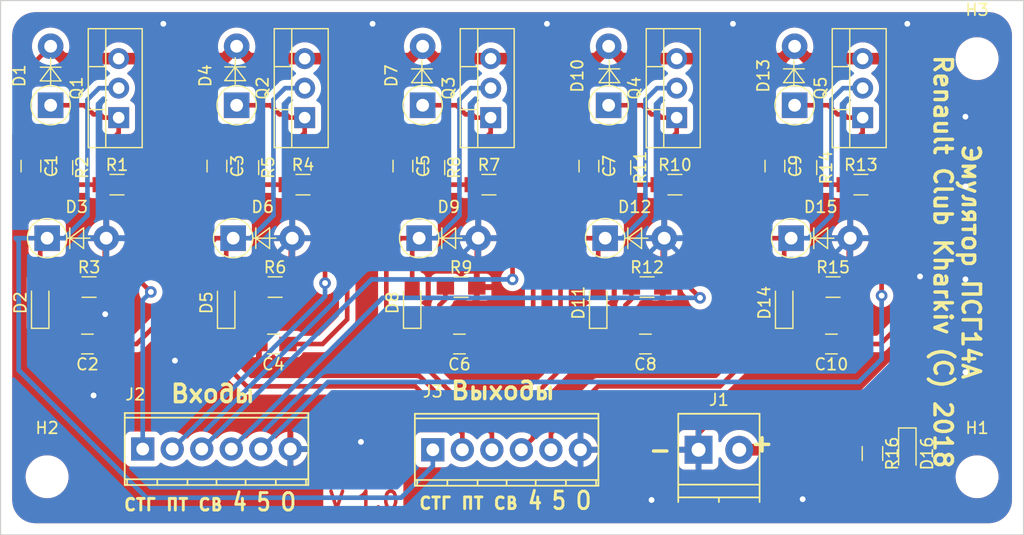
<source format=kicad_pcb>
(kicad_pcb (version 20221018) (generator pcbnew)
  (layers (0 "F.Cu" signal) (31 "B.Cu" signal) (34 "B.Paste" user) (35 "F.Paste" user) (36 "B.SilkS" user "B.Silkscreen") (37 "F.SilkS" user "F.Silkscreen") (38 "B.Mask" user) (39 "F.Mask" user) (44 "Edge.Cuts" user))
  (net 0 "")
  (net 1 "/GND")
  (net 2 "/In5")
  (net 3 "/In3")
  (net 4 "/In2")
  (net 5 "/In1")
  (net 6 "/In4")
  (net 7 "/Out4")
  (net 8 "/Out1")
  (net 9 "/Out2")
  (net 10 "/Out3")
  (net 11 "/Out5")
  (net 12 "/+24V")
  (net 13 "Net-(D14-K)")
  (net 14 "Net-(D5-K)")
  (net 15 "Net-(D2-K)")
  (net 16 "Net-(D8-K)")
  (net 17 "Net-(D16-K)")
  (net 18 "Net-(D11-K)")
  (net 19 "Net-(D13-A)")
  (net 20 "Net-(D4-A)")
  (net 21 "Net-(D10-A)")
  (net 22 "Net-(D7-A)")
  (net 23 "Net-(D1-A)")
  (footprint "TerminalBlocks_Phoenix:TerminalBlock_Phoenix_MPT-2.54mm_6pol" (layer "F.Cu") (at 38.227 78.613)
    (fp_text reference "J2")
    (fp_text value "In")
  )
  (footprint "TerminalBlocks_Phoenix:TerminalBlock_Phoenix_MPT-2.54mm_6pol" (layer "F.Cu") (at 63.1825 78.6765)
    (fp_text reference "J3")
    (fp_text value "Out")
  )
  (footprint "TO_SOT_Packages_THT:TO-220-3_Vertical" (layer "F.Cu") (at 36.15944 50.07864 90)
    (fp_text reference "Q1")
    (fp_text value "IRF9Z24N")
  )
  (footprint "TO_SOT_Packages_THT:TO-220-3_Vertical" (layer "F.Cu") (at 52.15944 50.07864 90)
    (fp_text reference "Q2")
    (fp_text value "IRF9Z24N")
  )
  (footprint "TO_SOT_Packages_THT:TO-220-3_Vertical" (layer "F.Cu") (at 68.15944 50.07864 90)
    (fp_text reference "Q3")
    (fp_text value "IRF9Z24N")
  )
  (footprint "TO_SOT_Packages_THT:TO-220-3_Vertical" (layer "F.Cu") (at 84.15944 50.07864 90)
    (fp_text reference "Q4")
    (fp_text value "IRF9Z24N")
  )
  (footprint "TO_SOT_Packages_THT:TO-220-3_Vertical" (layer "F.Cu") (at 100.15944 50.07864 90)
    (fp_text reference "Q5")
    (fp_text value "IRF9Z24N")
  )
  (footprint "Resistors_SMD:R_0805_HandSoldering" (layer "F.Cu") (at 47.32328 54.3814 -90)
    (fp_text reference "R5")
    (fp_text value "10K")
  )
  (footprint "Resistors_SMD:R_0805_HandSoldering" (layer "F.Cu") (at 95.32328 54.3814 -90)
    (fp_text reference "R14")
    (fp_text value "10K")
  )
  (footprint "Resistors_SMD:R_0805_HandSoldering" (layer "F.Cu") (at 100.01212 55.84952)
    (fp_text reference "R13")
    (fp_text value "10K")
  )
  (footprint "Resistors_SMD:R_0805_HandSoldering" (layer "F.Cu") (at 81.61436 64.6684)
    (fp_text reference "R12")
    (fp_text value "5k1")
  )
  (footprint "Resistors_SMD:R_0805_HandSoldering" (layer "F.Cu") (at 79.32328 54.3814 -90)
    (fp_text reference "R11")
    (fp_text value "10K")
  )
  (footprint "Resistors_SMD:R_0805_HandSoldering" (layer "F.Cu") (at 84.01212 55.84952)
    (fp_text reference "R10")
    (fp_text value "10K")
  )
  (footprint "Resistors_SMD:R_0805_HandSoldering" (layer "F.Cu") (at 65.61436 64.6684)
    (fp_text reference "R9")
    (fp_text value "5k1")
  )
  (footprint "Resistors_SMD:R_0805_HandSoldering" (layer "F.Cu") (at 63.32328 54.3814 -90)
    (fp_text reference "R8")
    (fp_text value "10K")
  )
  (footprint "Resistors_SMD:R_0805_HandSoldering" (layer "F.Cu") (at 68.01212 55.84952)
    (fp_text reference "R7")
    (fp_text value "10K")
  )
  (footprint "Resistors_SMD:R_0805_HandSoldering" (layer "F.Cu") (at 49.61436 64.6684)
    (fp_text reference "R6")
    (fp_text value "5k1")
  )
  (footprint "Resistors_SMD:R_0805_HandSoldering" (layer "F.Cu") (at 52.01212 55.84952)
    (fp_text reference "R4")
    (fp_text value "10K")
  )
  (footprint "Resistors_SMD:R_0805_HandSoldering" (layer "F.Cu") (at 33.61436 64.6684)
    (fp_text reference "R3")
    (fp_text value "5k1")
  )
  (footprint "Resistors_SMD:R_0805_HandSoldering" (layer "F.Cu") (at 31.32328 54.3814 -90)
    (fp_text reference "R2")
    (fp_text value "10K")
  )
  (footprint "Resistors_SMD:R_0805_HandSoldering" (layer "F.Cu") (at 36.01212 55.84952)
    (fp_text reference "R1")
    (fp_text value "10K")
  )
  (footprint "Resistors_SMD:R_0805_HandSoldering" (layer "F.Cu") (at 97.61436 64.6684)
    (fp_text reference "R15")
    (fp_text value "5k1")
  )
  (footprint "LEDs:LED_0805_HandSoldering" (layer "F.Cu") (at 29.40812 66.01968 90)
    (fp_text reference "D2")
    (fp_text value "green")
  )
  (footprint "LEDs:LED_0805_HandSoldering" (layer "F.Cu") (at 93.40812 66.01968 90)
    (fp_text reference "D14")
    (fp_text value "green")
  )
  (footprint "LEDs:LED_0805_HandSoldering" (layer "F.Cu") (at 77.40812 66.01968 90)
    (fp_text reference "D11")
    (fp_text value "green")
  )
  (footprint "LEDs:LED_0805_HandSoldering" (layer "F.Cu") (at 45.40812 66.01968 90)
    (fp_text reference "D5")
    (fp_text value "green")
  )
  (footprint "LEDs:LED_0805_HandSoldering" (layer "F.Cu") (at 61.40812 66.01968 90)
    (fp_text reference "D8")
    (fp_text value "green")
  )
  (footprint "Diodes_THT:D_DO-41_SOD81_P5.08mm_Vertical_AnodeUp" (layer "F.Cu") (at 78.00756 60.45708)
    (fp_text reference "D12")
    (fp_text value "UF4007")
  )
  (footprint "Diodes_THT:D_DO-41_SOD81_P5.08mm_Vertical_AnodeUp" (layer "F.Cu") (at 78.30728 49.01184 90)
    (fp_text reference "D10")
    (fp_text value "BZX85_C12")
  )
  (footprint "Diodes_THT:D_DO-41_SOD81_P5.08mm_Vertical_AnodeUp" (layer "F.Cu") (at 62.00756 60.45708)
    (fp_text reference "D9")
    (fp_text value "UF4007")
  )
  (footprint "Diodes_THT:D_DO-41_SOD81_P5.08mm_Vertical_AnodeUp" (layer "F.Cu") (at 62.30728 49.01184 90)
    (fp_text reference "D7")
    (fp_text value "BZX85_C12")
  )
  (footprint "Diodes_THT:D_DO-41_SOD81_P5.08mm_Vertical_AnodeUp" (layer "F.Cu") (at 46.00756 60.45708)
    (fp_text reference "D6")
    (fp_text value "UF4007")
  )
  (footprint "Diodes_THT:D_DO-41_SOD81_P5.08mm_Vertical_AnodeUp" (layer "F.Cu") (at 46.30728 49.01184 90)
    (fp_text reference "D4")
    (fp_text value "BZX85_C12")
  )
  (footprint "Diodes_THT:D_DO-41_SOD81_P5.08mm_Vertical_AnodeUp" (layer "F.Cu") (at 30.00756 60.45708)
    (fp_text reference "D3")
    (fp_text value "UF4007")
  )
  (footprint "Diodes_THT:D_DO-41_SOD81_P5.08mm_Vertical_AnodeUp" (layer "F.Cu") (at 30.30728 49.01184 90)
    (fp_text reference "D1")
    (fp_text value "BZX85_C12")
  )
  (footprint "Diodes_THT:D_DO-41_SOD81_P5.08mm_Vertical_AnodeUp" (layer "F.Cu") (at 94.30728 49.01184 90)
    (fp_text reference "D13")
    (fp_text value "BZX85_C12")
  )
  (footprint "Diodes_THT:D_DO-41_SOD81_P5.08mm_Vertical_AnodeUp" (layer "F.Cu") (at 94.00756 60.45708)
    (fp_text reference "D15")
    (fp_text value "UF4007")
  )
  (footprint "Capacitors_SMD:C_0805_HandSoldering" (layer "F.Cu") (at 28.61056 54.24932 -90)
    (fp_text reference "C1")
    (fp_text value "10nF")
  )
  (footprint "Capacitors_SMD:C_0805_HandSoldering" (layer "F.Cu") (at 97.47212 69.5706 180)
    (fp_text reference "C10")
    (fp_text value "1uF 50V")
  )
  (footprint "Capacitors_SMD:C_0805_HandSoldering" (layer "F.Cu") (at 92.61056 54.24932 -90)
    (fp_text reference "C9")
    (fp_text value "10nF")
  )
  (footprint "Capacitors_SMD:C_0805_HandSoldering" (layer "F.Cu") (at 81.47212 69.5706 180)
    (fp_text reference "C8")
    (fp_text value "1uF 50V")
  )
  (footprint "Capacitors_SMD:C_0805_HandSoldering" (layer "F.Cu") (at 76.61056 54.24932 -90)
    (fp_text reference "C7")
    (fp_text value "10nF")
  )
  (footprint "Capacitors_SMD:C_0805_HandSoldering" (layer "F.Cu") (at 65.47212 69.5706 180)
    (fp_text reference "C6")
    (fp_text value "1uF 50V")
  )
  (footprint "Capacitors_SMD:C_0805_HandSoldering" (layer "F.Cu") (at 60.61056 54.24932 -90)
    (fp_text reference "C5")
    (fp_text value "10nF")
  )
  (footprint "Capacitors_SMD:C_0805_HandSoldering" (layer "F.Cu") (at 49.47212 69.5706 180)
    (fp_text reference "C4")
    (fp_text value "1uF 50V")
  )
  (footprint "Capacitors_SMD:C_0805_HandSoldering" (layer "F.Cu") (at 44.61056 54.24932 -90)
    (fp_text reference "C3")
    (fp_text value "10nF")
  )
  (footprint "Capacitors_SMD:C_0805_HandSoldering" (layer "F.Cu") (at 33.47212 69.5706 180)
    (fp_text reference "C2")
    (fp_text value "1uF 50V")
  )
  (footprint "Resistors_SMD:R_0805_HandSoldering" (layer "F.Cu") (at 101 79 -90)
    (fp_text reference "R16")
    (fp_text value "5K1")
  )
  (footprint "LEDs:LED_0805_HandSoldering" (layer "F.Cu") (at 104 79 -90)
    (fp_text reference "D16")
    (fp_text value "green")
  )
  (footprint "Mounting_Holes:MountingHole_3.2mm_M3" (layer "F.Cu") (at 30 81)
    (fp_text reference "H2")
    (fp_text value "Mech")
  )
  (footprint "Mounting_Holes:MountingHole_3.2mm_M3" (layer "F.Cu") (at 110 81)
    (fp_text reference "H1")
    (fp_text value "Mech")
  )
  (footprint "Mounting_Holes:MountingHole_3.2mm_M3" (layer "F.Cu") (at 110 45)
    (fp_text reference "H3")
    (fp_text value "Mech")
  )
  (footprint "TerminalBlocks_Phoenix:TerminalBlock_Phoenix_PT-3.5mm_2pol" (layer "F.Cu") (at 86.0425 78.6765)
    (fp_text reference "J1")
    (fp_text value "Power")
  )
  (gr_line (start 114 40) (end 114 86) (stroke (width 0.1)) (layer "Edge.Cuts"))
  (gr_line (start 26 86) (end 26 40) (stroke (width 0.1)) (layer "Edge.Cuts"))
  (gr_line (start 114 86) (end 26 86) (stroke (width 0.1)) (layer "Edge.Cuts"))
  (gr_line (start 26 40) (end 114 40) (stroke (width 0.1)) (layer "Edge.Cuts"))
  (gr_text "V 1.0" (at 57.277 83.058) (layer "F.Cu") (effects (font (size 1.5 1.5) (thickness 0.3))))
  (gr_text "стг пт св 4 5 О" (at 69.4055 83.058) (layer "F.SilkS") (effects (font (size 1.5 1.2) (thickness 0.25))))
  (gr_text "Входы" (at 44.2595 73.8505) (layer "F.SilkS") (effects (font (size 1.5 1.5) (thickness 0.3))))
  (gr_text "Выходы" (at 69.215 73.5965) (layer "F.SilkS") (effects (font (size 1.5 1.5) (thickness 0.3))))
  (gr_text "-" (at 82.7405 78.6765) (layer "F.SilkS") (effects (font (size 1.5 1.5) (thickness 0.3))))
  (gr_text "+" (at 91.5035 78.105) (layer "F.SilkS") (effects (font (size 1.5 1.5) (thickness 0.3))))
  (gr_text "Эмулятор ПСГ14А\nRenault Club Kharkiv (C) 2018" (at 108.2675 62.484 270) (layer "F.SilkS") (effects (font (size 1.5 1.5) (thickness 0.3))))
  (gr_text "стг пт св 4 5 О" (at 44.0055 83.185) (layer "F.SilkS") (effects (font (size 1.5 1.2) (thickness 0.25))))
  (segment (start 34.96436 64.6684) (end 34.96436 65.7184) (width 0.4) (layer "F.Cu") (net 1))
  (segment (start 32.22212 68.13328) (end 32.22212 69.5706) (width 0.4) (layer "F.Cu") (net 1))
  (segment (start 75.8825 78.6765) (end 77.295992 78.6765) (width 0.4) (layer "F.Cu") (net 1))
  (segment (start 82.96436 64.6684) (end 82.96436 60.58028) (width 0.4) (layer "F.Cu") (net 1))
  (segment (start 86.0425 77.27701) (end 88.00851 75.311) (width 0.4) (layer "F.Cu") (net 1))
  (segment (start 50.96436 60.58028) (end 51.08756 60.45708) (width 0.4) (layer "F.Cu") (net 1))
  (segment (start 81.73852 66.94424) (end 81.41116 66.94424) (width 0.4) (layer "F.Cu") (net 1))
  (segment (start 81.41116 66.94424) (end 80.22212 68.13328) (width 0.4) (layer "F.Cu") (net 1))
  (segment (start 82.96436 65.7184) (end 81.73852 66.94424) (width 0.4) (layer "F.Cu") (net 1))
  (segment (start 98.96436 64.6684) (end 98.96436 60.58028) (width 0.4) (layer "F.Cu") (net 1))
  (segment (start 99.4185 80.35) (end 101 80.35) (width 0.4) (layer "F.Cu") (net 1))
  (segment (start 82.96436 64.6684) (end 82.96436 65.7184) (width 0.4) (layer "F.Cu") (net 1))
  (segment (start 83.8835 80.645) (end 99.1235 80.645) (width 0.4) (layer "F.Cu") (net 1))
  (segment (start 50.96436 65.7184) (end 49.73852 66.94424) (width 0.4) (layer "F.Cu") (net 1))
  (segment (start 50.96436 64.6684) (end 50.96436 60.58028) (width 0.4) (layer "F.Cu") (net 1))
  (segment (start 88.00851 75.311) (end 97.689 75.311) (width 0.4) (layer "F.Cu") (net 1))
  (segment (start 82.96436 60.58028) (end 83.08756 60.45708) (width 0.4) (layer "F.Cu") (net 1))
  (segment (start 65.41116 66.94424) (end 64.22212 68.13328) (width 0.4) (layer "F.Cu") (net 1))
  (segment (start 75.692 80.518) (end 75.8825 80.3275) (width 0.4) (layer "F.Cu") (net 1))
  (segment (start 50.96436 64.6684) (end 50.96436 65.7184) (width 0.4) (layer "F.Cu") (net 1))
  (segment (start 97.41116 66.94424) (end 96.22212 68.13328) (width 0.4) (layer "F.Cu") (net 1))
  (segment (start 50.927 78.613) (end 50.927 80.026492) (width 0.4) (layer "F.Cu") (net 1))
  (segment (start 66.96436 60.58028) (end 67.08756 60.45708) (width 0.4) (layer "F.Cu") (net 1))
  (segment (start 66.96436 64.6684) (end 66.96436 65.7184) (width 0.4) (layer "F.Cu") (net 1))
  (segment (start 97.73852 66.94424) (end 97.41116 66.94424) (width 0.4) (layer "F.Cu") (net 1))
  (segment (start 99.1235 80.645) (end 99.4185 80.35) (width 0.4) (layer "F.Cu") (net 1))
  (segment (start 86.0425 78.6765) (end 86.0425 77.27701) (width 0.4) (layer "F.Cu") (net 1))
  (segment (start 51.418508 80.518) (end 75.692 80.518) (width 0.4) (layer "F.Cu") (net 1))
  (segment (start 49.41116 66.94424) (end 48.22212 68.13328) (width 0.4) (layer "F.Cu") (net 1))
  (segment (start 75.8825 80.3275) (end 75.8825 78.6765) (width 0.4) (layer "F.Cu") (net 1))
  (segment (start 96.22212 68.13328) (end 96.22212 69.5706) (width 0.4) (layer "F.Cu") (net 1))
  (segment (start 83.3755 78.6765) (end 83.3755 80.137) (width 0.4) (layer "F.Cu") (net 1))
  (segment (start 98.96436 64.6684) (end 98.96436 65.7184) (width 0.4) (layer "F.Cu") (net 1))
  (segment (start 83.3755 80.137) (end 83.8835 80.645) (width 0.4) (layer "F.Cu") (net 1))
  (segment (start 49.73852 66.94424) (end 49.41116 66.94424) (width 0.4) (layer "F.Cu") (net 1))
  (segment (start 50.927 80.026492) (end 51.418508 80.518) (width 0.4) (layer "F.Cu") (net 1))
  (segment (start 66.96436 65.7184) (end 65.73852 66.94424) (width 0.4) (layer "F.Cu") (net 1))
  (segment (start 98.96436 65.7184) (end 97.73852 66.94424) (width 0.4) (layer "F.Cu") (net 1))
  (segment (start 77.295992 78.6765) (end 83.3755 78.6765) (width 0.4) (layer "F.Cu") (net 1))
  (segment (start 97.689 75.311) (end 105.0925 67.9075) (width 0.4) (layer "F.Cu") (net 1))
  (segment (start 98.96436 60.58028) (end 99.08756 60.45708) (width 0.4) (layer "F.Cu") (net 1))
  (segment (start 33.73852 66.94424) (end 33.41116 66.94424) (width 0.4) (layer "F.Cu") (net 1))
  (segment (start 34.96436 64.6684) (end 34.96436 60.58028) (width 0.4) (layer "F.Cu") (net 1))
  (segment (start 34.96436 60.58028) (end 35.08756 60.45708) (width 0.4) (layer "F.Cu") (net 1))
  (segment (start 83.3755 78.6765) (end 84 78.6765) (width 0.4) (layer "F.Cu") (net 1))
  (segment (start 105.0925 67.9075) (end 105.0925 63.754) (width 0.4) (layer "F.Cu") (net 1))
  (segment (start 33.41116 66.94424) (end 32.22212 68.13328) (width 0.4) (layer "F.Cu") (net 1))
  (segment (start 66.96436 64.6684) (end 66.96436 60.58028) (width 0.4) (layer "F.Cu") (net 1))
  (segment (start 64.22212 68.13328) (end 64.22212 69.5706) (width 0.4) (layer "F.Cu") (net 1))
  (segment (start 84 78.6765) (end 86.0425 78.6765) (width 0.4) (layer "F.Cu") (net 1))
  (segment (start 48.22212 68.13328) (end 48.22212 69.5706) (width 0.4) (layer "F.Cu") (net 1))
  (segment (start 65.73852 66.94424) (end 65.41116 66.94424) (width 0.4) (layer "F.Cu") (net 1))
  (segment (start 80.22212 68.13328) (end 80.22212 69.5706) (width 0.4) (layer "F.Cu") (net 1))
  (segment (start 34.96436 65.7184) (end 33.73852 66.94424) (width 0.4) (layer "F.Cu") (net 1))
  (via (at 89 42) (size 1) (drill 0.5) (layers "F.Cu" "B.Cu") (net 1))
  (via (at 109 72) (size 1) (drill 0.5) (layers "F.Cu" "B.Cu") (net 1))
  (via (at 109 56) (size 1) (drill 0.5) (layers "F.Cu" "B.Cu") (net 1))
  (via (at 41 71) (size 1) (drill 0.5) (layers "F.Cu" "B.Cu") (net 1))
  (via (at 82 83) (size 1) (drill 0.5) (layers "F.Cu" "B.Cu") (net 1))
  (via (at 40 42) (size 1) (drill 0.5) (layers "F.Cu" "B.Cu") (net 1))
  (via (at 57 78) (size 1) (drill 0.5) (layers "F.Cu" "B.Cu") (net 1))
  (via (at 104 42) (size 1) (drill 0.5) (layers "F.Cu" "B.Cu") (net 1))
  (via (at 58 42) (size 1) (drill 0.5) (layers "F.Cu" "B.Cu") (net 1))
  (via (at 73 42) (size 1) (drill 0.5) (layers "F.Cu" "B.Cu") (net 1))
  (via (at 109 64) (size 1) (drill 0.5) (layers "F.Cu" "B.Cu") (net 1))
  (via (at 105.0925 63.754) (size 1) (drill 0.5) (layers "F.Cu" "B.Cu") (net 1))
  (via (at 35 67) (size 1) (drill 0.5) (layers "F.Cu" "B.Cu") (net 1))
  (via (at 34 74) (size 1) (drill 0.5) (layers "F.Cu" "B.Cu") (net 1))
  (via (at 109 50) (size 1) (drill 0.5) (layers "F.Cu" "B.Cu") (net 1))
  (via (at 94.996 82.931) (size 1) (drill 0.5) (layers "F.Cu" "B.Cu") (net 1))
  (segment (start 85.30498 62.6745) (end 96.87014 62.6745) (width 0.4) (layer "B.Cu") (net 1))
  (segment (start 54.924114 62.738) (end 64.80664 62.738) (width 0.4) (layer "B.Cu") (net 1))
  (segment (start 36.643194 60.45708) (end 38.924114 62.738) (width 0.4) (layer "B.Cu") (net 1))
  (segment (start 104.592501 63.254001) (end 104.275001 63.254001) (width 0.4) (layer "B.Cu") (net 1))
  (segment (start 96.87014 62.6745) (end 99.08756 60.45708) (width 0.4) (layer "B.Cu") (net 1))
  (segment (start 105.0925 63.754) (end 104.592501 63.254001) (width 0.4) (layer "B.Cu") (net 1))
  (segment (start 52.643194 60.45708) (end 54.924114 62.738) (width 0.4) (layer "B.Cu") (net 1))
  (segment (start 51.08756 60.45708) (end 52.643194 60.45708) (width 0.4) (layer "B.Cu") (net 1))
  (segment (start 48.80664 62.738) (end 51.08756 60.45708) (width 0.4) (layer "B.Cu") (net 1))
  (segment (start 35.08756 60.45708) (end 36.643194 60.45708) (width 0.4) (layer "B.Cu") (net 1))
  (segment (start 70.924114 62.738) (end 80.80664 62.738) (width 0.4) (layer "B.Cu") (net 1))
  (segment (start 101.47808 60.45708) (end 99.08756 60.45708) (width 0.4) (layer "B.Cu") (net 1))
  (segment (start 67.08756 60.45708) (end 68.643194 60.45708) (width 0.4) (layer "B.Cu") (net 1))
  (segment (start 68.643194 60.45708) (end 70.924114 62.738) (width 0.4) (layer "B.Cu") (net 1))
  (segment (start 83.08756 60.45708) (end 85.30498 62.6745) (width 0.4) (layer "B.Cu") (net 1))
  (segment (start 64.80664 62.738) (end 67.08756 60.45708) (width 0.4) (layer "B.Cu") (net 1))
  (segment (start 104.275001 63.254001) (end 101.47808 60.45708) (width 0.4) (layer "B.Cu") (net 1))
  (segment (start 38.924114 62.738) (end 48.80664 62.738) (width 0.4) (layer "B.Cu") (net 1))
  (segment (start 80.80664 62.738) (end 83.08756 60.45708) (width 0.4) (layer "B.Cu") (net 1))
  (segment (start 101.36212 57.54712) (end 101.36212 55.84952) (width 0.4) (layer "F.Cu") (net 2))
  (segment (start 101.7905 57.9755) (end 101.36212 57.54712) (width 0.4) (layer "F.Cu") (net 2))
  (segment (start 101.7905 65.405) (end 101.7905 57.9755) (width 0.4) (layer "F.Cu") (net 2))
  (via (at 101.7905 65.405) (size 1) (drill 0.5) (layers "F.Cu" "B.Cu") (net 2))
  (segment (start 101.7905 70.866) (end 101.7905 65.405) (width 0.4) (layer "B.Cu") (net 2))
  (segment (start 48.387 78.613) (end 54.1655 72.8345) (width 0.4) (layer "B.Cu") (net 2))
  (segment (start 99.822 72.8345) (end 101.7905 70.866) (width 0.4) (layer "B.Cu") (net 2))
  (segment (start 64.643 72.8345) (end 99.822 72.8345) (width 0.4) (layer "B.Cu") (net 2))
  (segment (start 64.4525 72.8345) (end 64.643 72.8345) (width 0.4) (layer "B.Cu") (net 2))
  (segment (start 54.1655 72.8345) (end 64.643 72.8345) (width 0.4) (layer "B.Cu") (net 2))
  (segment (start 70.0405 57.8485) (end 69.36212 57.17012) (width 0.4) (layer "F.Cu") (net 3))
  (segment (start 69.36212 57.17012) (end 69.36212 55.84952) (width 0.4) (layer "F.Cu") (net 3))
  (segment (start 70.0405 64.008) (end 70.0405 57.8485) (width 0.4) (layer "F.Cu") (net 3))
  (via (at 70.0405 64.008) (size 1) (drill 0.5) (layers "F.Cu" "B.Cu") (net 3))
  (segment (start 57.912 64.008) (end 70.0405 64.008) (width 0.4) (layer "B.Cu") (net 3))
  (segment (start 43.307 78.613) (end 57.912 64.008) (width 0.4) (layer "B.Cu") (net 3))
  (segment (start 53.9115 58.928) (end 53.36212 58.37862) (width 0.4) (layer "F.Cu") (net 4))
  (segment (start 53.36212 58.37862) (end 53.36212 55.84952) (width 0.4) (layer "F.Cu") (net 4))
  (segment (start 53.9115 64.3255) (end 53.9115 58.928) (width 0.4) (layer "F.Cu") (net 4))
  (via (at 53.9115 64.3255) (size 1) (drill 0.5) (layers "F.Cu" "B.Cu") (net 4))
  (segment (start 40.767 78.613) (end 53.9115 65.4685) (width 0.4) (layer "B.Cu") (net 4))
  (segment (start 53.9115 65.4685) (end 53.9115 64.3255) (width 0.4) (layer "B.Cu") (net 4))
  (segment (start 37.36212 63.52412) (end 38.9255 65.0875) (width 0.4) (layer "F.Cu") (net 5))
  (segment (start 37.36212 55.84952) (end 37.36212 63.52412) (width 0.4) (layer "F.Cu") (net 5))
  (via (at 38.9255 65.0875) (size 1) (drill 0.5) (layers "F.Cu" "B.Cu") (net 5))
  (segment (start 38.9255 65.0875) (end 38.227 65.786) (width 0.4) (layer "B.Cu") (net 5))
  (segment (start 38.227 65.786) (end 38.227 78.613) (width 0.4) (layer "B.Cu") (net 5))
  (segment (start 86.1695 65.5955) (end 85.36212 64.78812) (width 0.4) (layer "F.Cu") (net 6))
  (segment (start 85.36212 64.78812) (end 85.36212 55.84952) (width 0.4) (layer "F.Cu") (net 6))
  (via (at 86.1695 65.5955) (size 1) (drill 0.5) (layers "F.Cu" "B.Cu") (net 6))
  (segment (start 45.847 78.613) (end 58.8645 65.5955) (width 0.4) (layer "B.Cu") (net 6))
  (segment (start 58.8645 65.5955) (end 86.1695 65.5955) (width 0.4) (layer "B.Cu") (net 6))
  (segment (start 77.40812 61.05652) (end 78.00756 60.45708) (width 0.4) (layer "F.Cu") (net 7))
  (segment (start 75.43292 60.45708) (end 78.00756 60.45708) (width 0.4) (layer "F.Cu") (net 7))
  (segment (start 70.8025 78.6765) (end 71.801989 77.677011) (width 0.4) (layer "F.Cu") (net 7))
  (segment (start 74.168 71.755) (end 74.168 61.722) (width 0.4) (layer "F.Cu") (net 7))
  (segment (start 71.801989 77.677011) (end 71.801989 74.121011) (width 0.4) (layer "F.Cu") (net 7))
  (segment (start 77.40812 64.66968) (end 77.40812 61.05652) (width 0.4) (layer "F.Cu") (net 7))
  (segment (start 74.168 61.722) (end 75.43292 60.45708) (width 0.4) (layer "F.Cu") (net 7))
  (segment (start 71.801989 74.121011) (end 74.168 71.755) (width 0.4) (layer "F.Cu") (net 7))
  (segment (start 81.47212 58.49252) (end 81.47212 48.53432) (width 0.4) (layer "B.Cu") (net 7))
  (segment (start 82.4678 47.53864) (end 84.15944 47.53864) (width 0.4) (layer "B.Cu") (net 7))
  (segment (start 78.00756 60.45708) (end 79.50756 60.45708) (width 0.4) (layer "B.Cu") (net 7))
  (segment (start 81.47212 48.53432) (end 82.4678 47.53864) (width 0.4) (layer "B.Cu") (net 7))
  (segment (start 79.50756 60.45708) (end 81.47212 58.49252) (width 0.4) (layer "B.Cu") (net 7))
  (segment (start 29.40812 61.05652) (end 30.00756 60.45708) (width 0.4) (layer "F.Cu") (net 8))
  (segment (start 29.40812 64.66968) (end 29.40812 61.05652) (width 0.4) (layer "F.Cu") (net 8))
  (segment (start 34.4678 47.53864) (end 36.15944 47.53864) (width 0.4) (layer "B.Cu") (net 8))
  (segment (start 27.559 71.8185) (end 27.559 60.71616) (width 0.4) (layer "B.Cu") (net 8))
  (segment (start 63.1825 78.6765) (end 63.1825 80.07599) (width 0.4) (layer "B.Cu") (net 8))
  (segment (start 27.29992 60.45708) (end 30.00756 60.45708) (width 0.4) (layer "B.Cu") (net 8))
  (segment (start 38.5445 82.804) (end 27.559 71.8185) (width 0.4) (layer "B.Cu") (net 8))
  (segment (start 33.47212 58.49252) (end 33.47212 48.53432) (width 0.4) (layer "B.Cu") (net 8))
  (segment (start 27.559 60.71616) (end 27.29992 60.45708) (width 0.4) (layer "B.Cu") (net 8))
  (segment (start 33.47212 48.53432) (end 34.4678 47.53864) (width 0.4) (layer "B.Cu") (net 8))
  (segment (start 30.00756 60.45708) (end 31.50756 60.45708) (width 0.4) (layer "B.Cu") (net 8))
  (segment (start 31.50756 60.45708) (end 33.47212 58.49252) (width 0.4) (layer "B.Cu") (net 8))
  (segment (start 60.45449 82.804) (end 38.5445 82.804) (width 0.4) (layer "B.Cu") (net 8))
  (segment (start 63.1825 80.07599) (end 60.45449 82.804) (width 0.4) (layer "B.Cu") (net 8))
  (segment (start 44.965 71) (end 43.4975 69.5325) (width 0.4) (layer "F.Cu") (net 9))
  (segment (start 65.7225 78.6765) (end 65.7225 77.263008) (width 0.4) (layer "F.Cu") (net 9))
  (segment (start 43.4975 62.1665) (end 43.561 62.103) (width 0.4) (layer "F.Cu") (net 9))
  (segment (start 43.561 61.40364) (end 44.50756 60.45708) (width 0.4) (layer "F.Cu") (net 9))
  (segment (start 43.4975 69.5325) (end 43.4975 62.1665) (width 0.4) (layer "F.Cu") (net 9))
  (segment (start 65.7225 77.263008) (end 61.674992 73.2155) (width 0.4) (layer "F.Cu") (net 9))
  (segment (start 61.674992 73.2155) (end 47.1805 73.2155) (width 0.4) (layer "F.Cu") (net 9))
  (segment (start 45.40812 61.05652) (end 46.00756 60.45708) (width 0.4) (layer "F.Cu") (net 9))
  (segment (start 45.40812 64.66968) (end 45.40812 61.05652) (width 0.4) (layer "F.Cu") (net 9))
  (segment (start 44.50756 60.45708) (end 46.00756 60.45708) (width 0.4) (layer "F.Cu") (net 9))
  (segment (start 43.561 62.103) (end 43.561 61.40364) (width 0.4) (layer "F.Cu") (net 9))
  (segment (start 47.1805 73.2155) (end 44.965 71) (width 0.4) (layer "F.Cu") (net 9))
  (segment (start 50.4678 47.53864) (end 52.15944 47.53864) (width 0.4) (layer "B.Cu") (net 9))
  (segment (start 49.47212 58.49252) (end 49.47212 48.53432) (width 0.4) (layer "B.Cu") (net 9))
  (segment (start 46.00756 60.45708) (end 47.50756 60.45708) (width 0.4) (layer "B.Cu") (net 9))
  (segment (start 49.47212 48.53432) (end 50.4678 47.53864) (width 0.4) (layer "B.Cu") (net 9))
  (segment (start 47.50756 60.45708) (end 49.47212 58.49252) (width 0.4) (layer "B.Cu") (net 9))
  (segment (start 60.44692 60.45708) (end 62.00756 60.45708) (width 0.4) (layer "F.Cu") (net 10))
  (segment (start 68.2625 78.6765) (end 68.2625 77.263008) (width 0.4) (layer "F.Cu") (net 10))
  (segment (start 61.40812 64.66968) (end 61.40812 61.05652) (width 0.4) (layer "F.Cu") (net 10))
  (segment (start 68.2625 77.263008) (end 59.182 68.182508) (width 0.4) (layer "F.Cu") (net 10))
  (segment (start 61.40812 61.05652) (end 62.00756 60.45708) (width 0.4) (layer "F.Cu") (net 10))
  (segment (start 59.182 68.182508) (end 59.182 61.722) (width 0.4) (layer "F.Cu") (net 10))
  (segment (start 59.182 61.722) (end 60.44692 60.45708) (width 0.4) (layer "F.Cu") (net 10))
  (segment (start 65.47212 58.49252) (end 65.47212 48.53432) (width 0.4) (layer "B.Cu") (net 10))
  (segment (start 65.47212 48.53432) (end 66.4678 47.53864) (width 0.4) (layer "B.Cu") (net 10))
  (segment (start 66.4678 47.53864) (end 68.15944 47.53864) (width 0.4) (layer "B.Cu") (net 10))
  (segment (start 62.00756 60.45708) (end 63.50756 60.45708) (width 0.4) (layer "B.Cu") (net 10))
  (segment (start 63.50756 60.45708) (end 65.47212 58.49252) (width 0.4) (layer "B.Cu") (net 10))
  (segment (start 92.13342 60.45708) (end 94.00756 60.45708) (width 0.4) (layer "F.Cu") (net 11))
  (segment (start 93.40812 64.66968) (end 93.40812 61.05652) (width 0.4) (layer "F.Cu") (net 11))
  (segment (start 93.40812 61.05652) (end 94.00756 60.45708) (width 0.4) (layer "F.Cu") (net 11))
  (segment (start 87.884 73.2155) (end 90.9955 70.104) (width 0.4) (layer "F.Cu") (net 11))
  (segment (start 73.3425 77.263008) (end 77.390008 73.2155) (width 0.4) (layer "F.Cu") (net 11))
  (segment (start 73.3425 78.6765) (end 73.3425 77.263008) (width 0.4) (layer "F.Cu") (net 11))
  (segment (start 90.9955 70.104) (end 90.9955 61.595) (width 0.4) (layer "F.Cu") (net 11))
  (segment (start 90.9955 61.595) (end 92.13342 60.45708) (width 0.4) (layer "F.Cu") (net 11))
  (segment (start 77.390008 73.2155) (end 87.884 73.2155) (width 0.4) (layer "F.Cu") (net 11))
  (segment (start 94.00756 60.45708) (end 95.50756 60.45708) (width 0.4) (layer "B.Cu") (net 11))
  (segment (start 97.47212 58.49252) (end 97.47212 48.53432) (width 0.4) (layer "B.Cu") (net 11))
  (segment (start 98.4678 47.53864) (end 100.15944 47.53864) (width 0.4) (layer "B.Cu") (net 11))
  (segment (start 95.50756 60.45708) (end 97.47212 58.49252) (width 0.4) (layer "B.Cu") (net 11))
  (segment (start 97.47212 48.53432) (end 98.4678 47.53864) (width 0.4) (layer "B.Cu") (net 11))
  (segment (start 55.81704 47.383448) (end 55.81704 67.45224) (width 0.4) (layer "F.Cu") (net 12))
  (segment (start 87.8205 47.368208) (end 87.8205 67.437) (width 0.4) (layer "F.Cu") (net 12))
  (segment (start 103.81704 47.383448) (end 103.81704 67.45224) (width 0.4) (layer "F.Cu") (net 12))
  (segment (start 71.81704 47.383448) (end 71.81704 67.45224) (width 0.4) (layer "F.Cu") (net 12))
  (segment (start 40.9575 65) (end 40.9575 66.31178) (width 0.4) (layer "F.Cu") (net 12))
  (segment (start 44.59986 44.99864) (end 43.52344 46.07506) (width 0.4) (layer "F.Cu") (net 12))
  (segment (start 94.30728 43.93184) (end 93.24048 44.99864) (width 1) (layer "F.Cu") (net 12))
  (segment (start 106.299 46.609) (end 104.68864 44.99864) (width 1) (layer "F.Cu") (net 12))
  (segment (start 91.52344 45.89056) (end 91.52344 50.7622) (width 0.4) (layer "F.Cu") (net 12))
  (segment (start 95.32328 53.0314) (end 92.64264 53.0314) (width 0.4) (layer "F.Cu") (net 12))
  (segment (start 55.81704 67.45224) (end 53.69868 69.5706) (width 0.4) (layer "F.Cu") (net 12))
  (segment (start 75.52344 45.82506) (end 75.52344 50.7622) (width 0.4) (layer "F.Cu") (net 12))
  (segment (start 69.69868 69.5706) (end 66.72212 69.5706) (width 0.4) (layer "F.Cu") (net 12))
  (segment (start 101.69868 69.5706) (end 98.72212 69.5706) (width 0.4) (layer "F.Cu") (net 12))
  (segment (start 76.34986 44.99864) (end 75.52344 45.82506) (width 0.4) (layer "F.Cu") (net 12))
  (segment (start 37.432232 44.99864) (end 40.9575 48.523908) (width 0.4) (layer "F.Cu") (net 12))
  (segment (start 92.41536 44.99864) (end 91.52344 45.89056) (width 0.4) (layer "F.Cu") (net 12))
  (segment (start 27.52344 46.71568) (end 30.30728 43.93184) (width 0.4) (layer "F.Cu") (net 12))
  (segment (start 47.37408 44.99864) (end 46.30728 43.93184) (width 1) (layer "F.Cu") (net 12))
  (segment (start 53.69868 69.5706) (end 50.72212 69.5706) (width 0.4) (layer "F.Cu") (net 12))
  (segment (start 79.37408 44.99864) (end 78.30728 43.93184) (width 1) (layer "F.Cu") (net 12))
  (segment (start 105.65 80.35) (end 106 80) (width 0.4) (layer "F.Cu") (net 12))
  (segment (start 53.432232 44.99864) (end 55.81704 47.383448) (width 0.4) (layer "F.Cu") (net 12))
  (segment (start 40.9575 48.523908) (end 40.9575 65) (width 0.4) (layer "F.Cu") (net 12))
  (segment (start 43.52344 46.07506) (end 43.52344 50.7622) (width 0.4) (layer "F.Cu") (net 12))
  (segment (start 104.68864 44.99864) (end 100.15944 44.99864) (width 1) (layer "F.Cu") (net 12))
  (segment (start 27.52344 50.7622) (end 27.52344 46.71568) (width 0.4) (layer "F.Cu") (net 12))
  (segment (start 36.15944 44.99864) (end 37.432232 44.99864) (width 0.4) (layer "F.Cu") (net 12))
  (segment (start 68.15944 44.99864) (end 77.24048 44.99864) (width 1) (layer "F.Cu") (net 12))
  (segment (start 87.81704 67.45224) (end 85.69868 69.5706) (width 0.4) (layer "F.Cu") (net 12))
  (segment (start 84.15944 44.99864) (end 93.24048 44.99864) (width 1) (layer "F.Cu") (net 12))
  (segment (start 68.15944 44.99864) (end 69.432232 44.99864) (width 0.4) (layer "F.Cu") (net 12))
  (segment (start 28.64264 53.0314) (end 28.61056 52.99932) (width 0.4) (layer "F.Cu") (net 12))
  (segment (start 60.64264 53.0314) (end 60.61056 52.99932) (width 0.4) (layer "F.Cu") (net 12))
  (segment (start 31.32328 53.0314) (end 28.64264 53.0314) (width 0.4) (layer "F.Cu") (net 12))
  (segment (start 36.15944 44.99864) (end 45.24048 44.99864) (width 1) (layer "F.Cu") (net 12))
  (segment (start 52.15944 44.99864) (end 61.24048 44.99864) (width 1) (layer "F.Cu") (net 12))
  (segment (start 61.24048 44.99864) (end 60.47486 44.99864) (width 0.4) (layer "F.Cu") (net 12))
  (segment (start 43.52344 50.7622) (end 44.61056 51.84932) (width 0.4) (layer "F.Cu") (net 12))
  (segment (start 96.3295 78.6765) (end 89.5425 78.6765) (width 1) (layer "F.Cu") (net 12))
  (segment (start 104 80.35) (end 105.65 80.35) (width 0.4) (layer "F.Cu") (net 12))
  (segment (start 37.69868 69.5706) (end 34.72212 69.5706) (width 0.4) (layer "F.Cu") (net 12))
  (segment (start 68.15944 44.99864) (end 63.37408 44.99864) (width 1) (layer "F.Cu") (net 12))
  (segment (start 95.37408 44.99864) (end 94.30728 43.93184) (width 1) (layer "F.Cu") (net 12))
  (segment (start 69.432232 44.99864) (end 71.81704 47.383448) (width 0.4) (layer "F.Cu") (net 12))
  (segment (start 75.52344 50.7622) (end 76.61056 51.84932) (width 0.4) (layer "F.Cu") (net 12))
  (segment (start 40.9575 66.31178) (end 37.69868 69.5706) (width 0.4) (layer "F.Cu") (net 12))
  (segment (start 79.32328 53.0314) (end 76.64264 53.0314) (width 0.4) (layer "F.Cu") (net 12))
  (segment (start 103.81704 67.45224) (end 101.69868 69.5706) (width 0.4) (layer "F.Cu") (net 12))
  (segment (start 52.15944 44.99864) (end 47.37408 44.99864) (width 1) (layer "F.Cu") (net 12))
  (segment (start 47.32328 53.0314) (end 44.64264 53.0314) (width 0.4) (layer "F.Cu") (net 12))
  (segment (start 93.24048 44.99864) (end 92.41536 44.99864) (width 0.4) (layer "F.Cu") (net 12))
  (segment (start 45.24048 44.99864) (end 46.30728 43.93184) (width 1) (layer "F.Cu") (net 12))
  (segment (start 101.432232 44.99864) (end 103.81704 47.383448) (width 0.4) (layer "F.Cu") (net 12))
  (segment (start 59.52344 50.7622) (end 60.61056 51.84932) (width 0.4) (layer "F.Cu") (net 12))
  (segment (start 63.32328 53.0314) (end 60.64264 53.0314) (width 0.4) (layer "F.Cu") (net 12))
  (segment (start 71.81704 67.45224) (end 69.69868 69.5706) (width 0.4) (layer "F.Cu") (net 12))
  (segment (start 100.15944 44.99864) (end 95.37408 44.99864) (width 1) (layer "F.Cu") (net 12))
  (segment (start 92.64264 53.0314) (end 92.61056 52.99932) (width 0.4) (layer "F.Cu") (net 12))
  (segment (start 104 71.006) (end 96.3295 78.6765) (width 1) (layer "F.Cu") (net 12))
  (segment (start 92.61056 51.84932) (end 92.61056 52.99932) (width 0.4) (layer "F.Cu") (net 12))
  (segment (start 59.52344 45.95006) (end 59.52344 50.7622) (width 0.4) (layer "F.Cu") (net 12))
  (segment (start 44.61056 51.84932) (end 44.61056 52.99932) (width 0.4) (layer "F.Cu") (net 12))
  (segment (start 76.64264 53.0314) (end 76.61056 52.99932) (width 0.4) (layer "F.Cu") (net 12))
  (segment (start 85.432232 44.99864) (end 87.81704 47.383448) (width 0.4) (layer "F.Cu") (net 12))
  (segment (start 60.47486 44.99864) (end 59.52344 45.95006) (width 0.4) (layer "F.Cu") (net 12))
  (segment (start 106 80) (end 106 73) (width 0.4) (layer "F.Cu") (net 12))
  (segment (start 104 71) (end 104 71.006) (width 1) (layer "F.Cu") (net 12))
  (segment (start 106 73) (end 104 71) (width 0.4) (layer "F.Cu") (net 12))
  (segment (start 77.24048 44.99864) (end 76.34986 44.99864) (width 0.4) (layer "F.Cu") (net 12))
  (segment (start 44.64264 53.0314) (end 44.61056 52.99932) (width 0.4) (layer "F.Cu") (net 12))
  (segment (start 91.52344 50.7622) (end 92.61056 51.84932) (width 0.4) (layer "F.Cu") (net 12))
  (segment (start 77.24048 44.99864) (end 78.30728 43.93184) (width 1) (layer "F.Cu") (net 12))
  (segment (start 106.299 68.701) (end 106.299 46.609) (width 1) (layer "F.Cu") (net 12))
  (segment (start 28.61056 51.84932) (end 27.52344 50.7622) (width 0.4) (layer "F.Cu") (net 12))
  (segment (start 36.15944 44.99864) (end 31.37408 44.99864) (width 1) (layer "F.Cu") (net 12))
  (segment (start 84.15944 44.99864) (end 85.432232 44.99864) (width 0.4) (layer "F.Cu") (net 12))
  (segment (start 28.61056 52.99932) (end 28.61056 51.84932) (width 0.4) (layer "F.Cu") (net 12))
  (segment (start 61.24048 44.99864) (end 62.30728 43.93184) (width 1) (layer "F.Cu") (net 12))
  (segment (start 63.37408 44.99864) (end 62.30728 43.93184) (width 1) (layer "F.Cu") (net 12))
  (segment (start 84.15944 44.99864) (end 79.37408 44.99864) (width 1) (layer "F.Cu") (net 12))
  (segment (start 104 71) (end 106.299 68.701) (width 1) (layer "F.Cu") (net 12))
  (segment (start 31.37408 44.99864) (end 30.30728 43.93184) (width 1) (layer "F.Cu") (net 12))
  (segment (start 85.69868 69.5706) (end 82.72212 69.5706) (width 0.4) (layer "F.Cu") (net 12))
  (segment (start 52.15944 44.99864) (end 53.432232 44.99864) (width 0.4) (layer "F.Cu") (net 12))
  (segment (start 76.61056 51.84932) (end 76.61056 52.99932) (width 0.4) (layer "F.Cu") (net 12))
  (segment (start 60.61056 51.84932) (end 60.61056 52.99932) (width 0.4) (layer "F.Cu") (net 12))
  (segment (start 45.24048 44.99864) (end 44.59986 44.99864) (width 0.4) (layer "F.Cu") (net 12))
  (segment (start 100.15944 44.99864) (end 101.432232 44.99864) (width 0.4) (layer "F.Cu") (net 12))
  (segment (start 95.75508 66.65468) (end 95.04008 67.36968) (width 0.4) (layer "F.Cu") (net 13))
  (segment (start 95.04008 67.36968) (end 93.40812 67.36968) (width 0.4) (layer "F.Cu") (net 13))
  (segment (start 95.75508 66.22768) (end 95.75508 66.65468) (width 0.4) (layer "F.Cu") (net 13))
  (segment (start 96.26436 65.7184) (end 95.75508 66.22768) (width 0.4) (layer "F.Cu") (net 13))
  (segment (start 96.26436 64.6684) (end 96.26436 65.7184) (width 0.4) (layer "F.Cu") (net 13))
  (segment (start 48.26436 64.6684) (end 48.26436 65.7184) (width 0.4) (layer "F.Cu") (net 14))
  (segment (start 47.75508 66.65468) (end 47.04008 67.36968) (width 0.4) (layer "F.Cu") (net 14))
  (segment (start 47.75508 66.22768) (end 47.75508 66.65468) (width 0.4) (layer "F.Cu") (net 14))
  (segment (start 48.26436 65.7184) (end 47.75508 66.22768) (width 0.4) (layer "F.Cu") (net 14))
  (segment (start 47.04008 67.36968) (end 45.40812 67.36968) (width 0.4) (layer "F.Cu") (net 14))
  (segment (start 32.26436 64.6684) (end 32.26436 65.7184) (width 0.4) (layer "F.Cu") (net 15))
  (segment (start 32.26436 65.7184) (end 31.75508 66.22768) (width 0.4) (layer "F.Cu") (net 15))
  (segment (start 31.75508 66.65468) (end 31.04008 67.36968) (width 0.4) (layer "F.Cu") (net 15))
  (segment (start 31.04008 67.36968) (end 29.40812 67.36968) (width 0.4) (layer "F.Cu") (net 15))
  (segment (start 31.75508 66.22768) (end 31.75508 66.65468) (width 0.4) (layer "F.Cu") (net 15))
  (segment (start 63.75508 66.65468) (end 63.04008 67.36968) (width 0.4) (layer "F.Cu") (net 16))
  (segment (start 64.26436 65.7184) (end 63.75508 66.22768) (width 0.4) (layer "F.Cu") (net 16))
  (segment (start 64.26436 64.6684) (end 64.26436 65.7184) (width 0.4) (layer "F.Cu") (net 16))
  (segment (start 63.75508 66.22768) (end 63.75508 66.65468) (width 0.4) (layer "F.Cu") (net 16))
  (segment (start 63.04008 67.36968) (end 61.40812 67.36968) (width 0.4) (layer "F.Cu") (net 16))
  (segment (start 101 77.65) (end 104 77.65) (width 0.4) (layer "F.Cu") (net 17))
  (segment (start 80.26436 65.7184) (end 79.75508 66.22768) (width 0.4) (layer "F.Cu") (net 18))
  (segment (start 79.75508 66.65468) (end 79.04008 67.36968) (width 0.4) (layer "F.Cu") (net 18))
  (segment (start 80.26436 64.6684) (end 80.26436 65.7184) (width 0.4) (layer "F.Cu") (net 18))
  (segment (start 79.75508 66.22768) (end 79.75508 66.65468) (width 0.4) (layer "F.Cu") (net 18))
  (segment (start 79.04008 67.36968) (end 77.40812 67.36968) (width 0.4) (layer "F.Cu") (net 18))
  (segment (start 92.84264 55.7314) (end 92.61056 55.49932) (width 0.4) (layer "F.Cu") (net 19))
  (segment (start 99.29028 52.2478) (end 99.29028 53.17792) (width 0.4) (layer "F.Cu") (net 19))
  (segment (start 98.66212 55.84952) (end 95.4414 55.84952) (width 0.4) (layer "F.Cu") (net 19))
  (segment (start 95.32328 55.7314) (end 92.84264 55.7314) (width 0.4) (layer "F.Cu") (net 19))
  (segment (start 98.66212 53.80608) (end 98.66212 55.84952) (width 0.4) (layer "F.Cu") (net 19))
  (segment (start 95.4414 55.84952) (end 95.32328 55.7314) (width 0.4) (layer "F.Cu") (net 19))
  (segment (start 100.15944 50.07864) (end 98.85944 50.07864) (width 0.4) (layer "F.Cu") (net 19))
  (segment (start 99.29028 53.17792) (end 98.66212 53.80608) (width 0.4) (layer "F.Cu") (net 19))
  (segment (start 98.57496 49.79416) (end 97.9852 49.79416) (width 0.4) (layer "F.Cu") (net 19))
  (segment (start 97.20288 49.01184) (end 94.30728 49.01184) (width 0.4) (layer "F.Cu") (net 19))
  (segment (start 97.9852 49.79416) (end 97.20288 49.01184) (width 0.4) (layer "F.Cu") (net 19))
  (segment (start 98.85944 50.07864) (end 98.57496 49.79416) (width 0.4) (layer "F.Cu") (net 19))
  (segment (start 100.15944 51.37864) (end 99.29028 52.2478) (width 0.4) (layer "F.Cu") (net 19))
  (segment (start 100.15944 50.07864) (end 100.15944 51.37864) (width 0.4) (layer "F.Cu") (net 19))
  (segment (start 44.84264 55.7314) (end 44.61056 55.49932) (width 0.4) (layer "F.Cu") (net 20))
  (segment (start 49.9852 49.79416) (end 49.20288 49.01184) (width 0.4) (layer "F.Cu") (net 20))
  (segment (start 50.57496 49.79416) (end 49.9852 49.79416) (width 0.4) (layer "F.Cu") (net 20))
  (segment (start 50.66212 53.80608) (end 50.66212 55.84952) (width 0.4) (layer "F.Cu") (net 20))
  (segment (start 51.29028 52.2478) (end 51.29028 53.17792) (width 0.4) (layer "F.Cu") (net 20))
  (segment (start 47.32328 55.7314) (end 44.84264 55.7314) (width 0.4) (layer "F.Cu") (net 20))
  (segment (start 50.85944 50.07864) (end 50.57496 49.79416) (width 0.4) (layer "F.Cu") (net 20))
  (segment (start 51.29028 53.17792) (end 50.66212 53.80608) (width 0.4) (layer "F.Cu") (net 20))
  (segment (start 49.20288 49.01184) (end 46.30728 49.01184) (width 0.4) (layer "F.Cu") (net 20))
  (segment (start 50.66212 55.84952) (end 47.4414 55.84952) (width 0.4) (layer "F.Cu") (net 20))
  (segment (start 47.4414 55.84952) (end 47.32328 55.7314) (width 0.4) (layer "F.Cu") (net 20))
  (segment (start 52.15944 50.07864) (end 50.85944 50.07864) (width 0.4) (layer "F.Cu") (net 20))
  (segment (start 52.15944 50.07864) (end 52.15944 51.37864) (width 0.4) (layer "F.Cu") (net 20))
  (segment (start 52.15944 51.37864) (end 51.29028 52.2478) (width 0.4) (layer "F.Cu") (net 20))
  (segment (start 76.84264 55.7314) (end 76.61056 55.49932) (width 0.4) (layer "F.Cu") (net 21))
  (segment (start 81.9852 49.79416) (end 81.20288 49.01184) (width 0.4) (layer "F.Cu") (net 21))
  (segment (start 82.66212 53.80608) (end 82.66212 55.84952) (width 0.4) (layer "F.Cu") (net 21))
  (segment (start 82.66212 55.84952) (end 79.4414 55.84952) (width 0.4) (layer "F.Cu") (net 21))
  (segment (start 83.29028 53.17792) (end 82.66212 53.80608) (width 0.4) (layer "F.Cu") (net 21))
  (segment (start 79.4414 55.84952) (end 79.32328 55.7314) (width 0.4) (layer "F.Cu") (net 21))
  (segment (start 84.15944 51.37864) (end 83.29028 52.2478) (width 0.4) (layer "F.Cu") (net 21))
  (segment (start 84.15944 50.07864) (end 82.85944 50.07864) (width 0.4) (layer "F.Cu") (net 21))
  (segment (start 82.85944 50.07864) (end 82.57496 49.79416) (width 0.4) (layer "F.Cu") (net 21))
  (segment (start 82.57496 49.79416) (end 81.9852 49.79416) (width 0.4) (layer "F.Cu") (net 21))
  (segment (start 79.32328 55.7314) (end 76.84264 55.7314) (width 0.4) (layer "F.Cu") (net 21))
  (segment (start 83.29028 52.2478) (end 83.29028 53.17792) (width 0.4) (layer "F.Cu") (net 21))
  (segment (start 84.15944 50.07864) (end 84.15944 51.37864) (width 0.4) (layer "F.Cu") (net 21))
  (segment (start 81.20288 49.01184) (end 78.30728 49.01184) (width 0.4) (layer "F.Cu") (net 21))
  (segment (start 65.9852 49.79416) (end 65.20288 49.01184) (width 0.4) (layer "F.Cu") (net 22))
  (segment (start 65.20288 49.01184) (end 62.30728 49.01184) (width 0.4) (layer "F.Cu") (net 22))
  (segment (start 63.32328 55.7314) (end 60.84264 55.7314) (width 0.4) (layer "F.Cu") (net 22))
  (segment (start 60.84264 55.7314) (end 60.61056 55.49932) (width 0.4) (layer "F.Cu") (net 22))
  (segment (start 68.15944 50.07864) (end 66.85944 50.07864) (width 0.4) (layer "F.Cu") (net 22))
  (segment (start 66.66212 53.80608) (end 66.66212 55.84952) (width 0.4) (layer "F.Cu") (net 22))
  (segment (start 63.4414 55.84952) (end 63.32328 55.7314) (width 0.4) (layer "F.Cu") (net 22))
  (segment (start 68.15944 50.07864) (end 68.15944 51.37864) (width 0.4) (layer "F.Cu") (net 22))
  (segment (start 67.29028 52.2478) (end 67.29028 53.17792) (width 0.4) (layer "F.Cu") (net 22))
  (segment (start 66.85944 50.07864) (end 66.57496 49.79416) (width 0.4) (layer "F.Cu") (net 22))
  (segment (start 68.15944 51.37864) (end 67.29028 52.2478) (width 0.4) (layer "F.Cu") (net 22))
  (segment (start 66.66212 55.84952) (end 63.4414 55.84952) (width 0.4) (layer "F.Cu") (net 22))
  (segment (start 66.57496 49.79416) (end 65.9852 49.79416) (width 0.4) (layer "F.Cu") (net 22))
  (segment (start 67.29028 53.17792) (end 66.66212 53.80608) (width 0.4) (layer "F.Cu") (net 22))
  (segment (start 31.4414 55.84952) (end 31.32328 55.7314) (width 0.4) (layer "F.Cu") (net 23))
  (segment (start 34.66212 53.80608) (end 34.66212 55.84952) (width 0.4) (layer "F.Cu") (net 23))
  (segment (start 31.32328 55.7314) (end 28.84264 55.7314) (width 0.4) (layer "F.Cu") (net 23))
  (segment (start 33.9852 49.79416) (end 33.20288 49.01184) (width 0.4) (layer "F.Cu") (net 23))
  (segment (start 34.85944 50.07864) (end 34.57496 49.79416) (width 0.4) (layer "F.Cu") (net 23))
  (segment (start 35.29028 53.17792) (end 34.66212 53.80608) (width 0.4) (layer "F.Cu") (net 23))
  (segment (start 33.20288 49.01184) (end 30.30728 49.01184) (width 0.4) (layer "F.Cu") (net 23))
  (segment (start 36.15944 51.37864) (end 35.29028 52.2478) (width 0.4) (layer "F.Cu") (net 23))
  (segment (start 36.15944 50.07864) (end 34.85944 50.07864) (width 0.4) (layer "F.Cu") (net 23))
  (segment (start 28.84264 55.7314) (end 28.61056 55.49932) (width 0.4) (layer "F.Cu") (net 23))
  (segment (start 34.66212 55.84952) (end 31.4414 55.84952) (width 0.4) (layer "F.Cu") (net 23))
  (segment (start 36.15944 50.07864) (end 36.15944 51.37864) (width 0.4) (layer "F.Cu") (net 23))
  (segment (start 35.29028 52.2478) (end 35.29028 53.17792) (width 0.4) (layer "F.Cu") (net 23))
  (segment (start 34.57496 49.79416) (end 33.9852 49.79416) (width 0.4) (layer "F.Cu") (net 23))
  (zone (net 1) (net_name "/GND") (layer "F.Cu") (connect_pads (clearance 0.508)) (min_thickness 0.254) (fill yes (thermal_gap 0.508) (thermal_bridge_width 0.508) (smoothing fillet) (radius 2))
    (polygon (pts (xy 27 41) (xy 27 85) (xy 113 85) (xy 113 41)))
  )
  (zone (net 1) (net_name "/GND") (layer "B.Cu") (connect_pads (clearance 0.508)) (min_thickness 0.254) (fill yes (thermal_gap 0.508) (thermal_bridge_width 0.508))
    (polygon (pts (xy 57 63) (xy 57 77) (xy 28 77) (xy 28 63)))
  )
  (zone (net 1) (net_name "/GND") (layer "B.Cu") (connect_pads (clearance 0.508)) (min_thickness 0.254) (fill yes (thermal_gap 0.508) (thermal_bridge_width 0.508) (smoothing fillet) (radius 2))
    (polygon (pts (xy 27 41) (xy 113 41) (xy 113 85) (xy 27 85)))
  )
)
</source>
